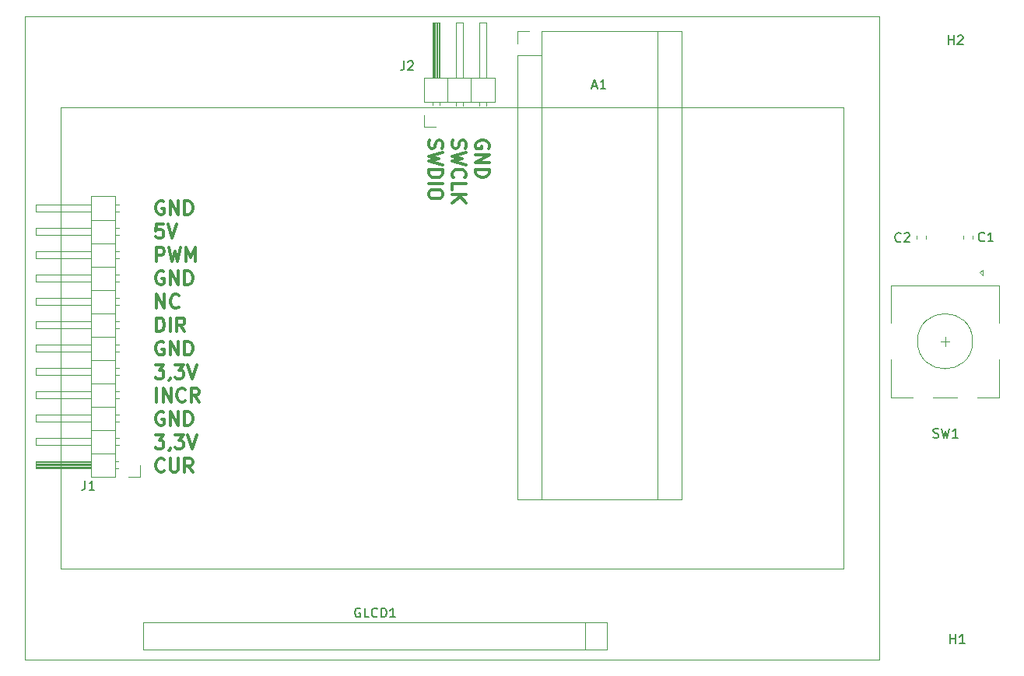
<source format=gbr>
%TF.GenerationSoftware,KiCad,Pcbnew,5.1.6*%
%TF.CreationDate,2020-07-08T21:20:25+02:00*%
%TF.ProjectId,mainboard,6d61696e-626f-4617-9264-2e6b69636164,rev?*%
%TF.SameCoordinates,Original*%
%TF.FileFunction,Legend,Top*%
%TF.FilePolarity,Positive*%
%FSLAX46Y46*%
G04 Gerber Fmt 4.6, Leading zero omitted, Abs format (unit mm)*
G04 Created by KiCad (PCBNEW 5.1.6) date 2020-07-08 21:20:25*
%MOMM*%
%LPD*%
G01*
G04 APERTURE LIST*
%ADD10C,0.300000*%
%ADD11C,0.120000*%
%ADD12C,0.150000*%
G04 APERTURE END LIST*
D10*
X106600000Y-69037857D02*
X106671428Y-68895000D01*
X106671428Y-68680714D01*
X106600000Y-68466428D01*
X106457142Y-68323571D01*
X106314285Y-68252142D01*
X106028571Y-68180714D01*
X105814285Y-68180714D01*
X105528571Y-68252142D01*
X105385714Y-68323571D01*
X105242857Y-68466428D01*
X105171428Y-68680714D01*
X105171428Y-68823571D01*
X105242857Y-69037857D01*
X105314285Y-69109285D01*
X105814285Y-69109285D01*
X105814285Y-68823571D01*
X105171428Y-69752142D02*
X106671428Y-69752142D01*
X105171428Y-70609285D01*
X106671428Y-70609285D01*
X105171428Y-71323571D02*
X106671428Y-71323571D01*
X106671428Y-71680714D01*
X106600000Y-71895000D01*
X106457142Y-72037857D01*
X106314285Y-72109285D01*
X106028571Y-72180714D01*
X105814285Y-72180714D01*
X105528571Y-72109285D01*
X105385714Y-72037857D01*
X105242857Y-71895000D01*
X105171428Y-71680714D01*
X105171428Y-71323571D01*
X102692857Y-68180714D02*
X102621428Y-68395000D01*
X102621428Y-68752142D01*
X102692857Y-68895000D01*
X102764285Y-68966428D01*
X102907142Y-69037857D01*
X103050000Y-69037857D01*
X103192857Y-68966428D01*
X103264285Y-68895000D01*
X103335714Y-68752142D01*
X103407142Y-68466428D01*
X103478571Y-68323571D01*
X103550000Y-68252142D01*
X103692857Y-68180714D01*
X103835714Y-68180714D01*
X103978571Y-68252142D01*
X104050000Y-68323571D01*
X104121428Y-68466428D01*
X104121428Y-68823571D01*
X104050000Y-69037857D01*
X104121428Y-69537857D02*
X102621428Y-69895000D01*
X103692857Y-70180714D01*
X102621428Y-70466428D01*
X104121428Y-70823571D01*
X102764285Y-72252142D02*
X102692857Y-72180714D01*
X102621428Y-71966428D01*
X102621428Y-71823571D01*
X102692857Y-71609285D01*
X102835714Y-71466428D01*
X102978571Y-71395000D01*
X103264285Y-71323571D01*
X103478571Y-71323571D01*
X103764285Y-71395000D01*
X103907142Y-71466428D01*
X104050000Y-71609285D01*
X104121428Y-71823571D01*
X104121428Y-71966428D01*
X104050000Y-72180714D01*
X103978571Y-72252142D01*
X102621428Y-73609285D02*
X102621428Y-72895000D01*
X104121428Y-72895000D01*
X102621428Y-74109285D02*
X104121428Y-74109285D01*
X102621428Y-74966428D02*
X103478571Y-74323571D01*
X104121428Y-74966428D02*
X103264285Y-74109285D01*
X100142857Y-68180714D02*
X100071428Y-68395000D01*
X100071428Y-68752142D01*
X100142857Y-68895000D01*
X100214285Y-68966428D01*
X100357142Y-69037857D01*
X100500000Y-69037857D01*
X100642857Y-68966428D01*
X100714285Y-68895000D01*
X100785714Y-68752142D01*
X100857142Y-68466428D01*
X100928571Y-68323571D01*
X101000000Y-68252142D01*
X101142857Y-68180714D01*
X101285714Y-68180714D01*
X101428571Y-68252142D01*
X101500000Y-68323571D01*
X101571428Y-68466428D01*
X101571428Y-68823571D01*
X101500000Y-69037857D01*
X101571428Y-69537857D02*
X100071428Y-69895000D01*
X101142857Y-70180714D01*
X100071428Y-70466428D01*
X101571428Y-70823571D01*
X100071428Y-71395000D02*
X101571428Y-71395000D01*
X101571428Y-71752142D01*
X101500000Y-71966428D01*
X101357142Y-72109285D01*
X101214285Y-72180714D01*
X100928571Y-72252142D01*
X100714285Y-72252142D01*
X100428571Y-72180714D01*
X100285714Y-72109285D01*
X100142857Y-71966428D01*
X100071428Y-71752142D01*
X100071428Y-71395000D01*
X100071428Y-72895000D02*
X101571428Y-72895000D01*
X101571428Y-73895000D02*
X101571428Y-74180714D01*
X101500000Y-74323571D01*
X101357142Y-74466428D01*
X101071428Y-74537857D01*
X100571428Y-74537857D01*
X100285714Y-74466428D01*
X100142857Y-74323571D01*
X100071428Y-74180714D01*
X100071428Y-73895000D01*
X100142857Y-73752142D01*
X100285714Y-73609285D01*
X100571428Y-73537857D01*
X101071428Y-73537857D01*
X101357142Y-73609285D01*
X101500000Y-73752142D01*
X101571428Y-73895000D01*
X71237857Y-74825000D02*
X71095000Y-74753571D01*
X70880714Y-74753571D01*
X70666428Y-74825000D01*
X70523571Y-74967857D01*
X70452142Y-75110714D01*
X70380714Y-75396428D01*
X70380714Y-75610714D01*
X70452142Y-75896428D01*
X70523571Y-76039285D01*
X70666428Y-76182142D01*
X70880714Y-76253571D01*
X71023571Y-76253571D01*
X71237857Y-76182142D01*
X71309285Y-76110714D01*
X71309285Y-75610714D01*
X71023571Y-75610714D01*
X71952142Y-76253571D02*
X71952142Y-74753571D01*
X72809285Y-76253571D01*
X72809285Y-74753571D01*
X73523571Y-76253571D02*
X73523571Y-74753571D01*
X73880714Y-74753571D01*
X74095000Y-74825000D01*
X74237857Y-74967857D01*
X74309285Y-75110714D01*
X74380714Y-75396428D01*
X74380714Y-75610714D01*
X74309285Y-75896428D01*
X74237857Y-76039285D01*
X74095000Y-76182142D01*
X73880714Y-76253571D01*
X73523571Y-76253571D01*
X71166428Y-77303571D02*
X70452142Y-77303571D01*
X70380714Y-78017857D01*
X70452142Y-77946428D01*
X70595000Y-77875000D01*
X70952142Y-77875000D01*
X71095000Y-77946428D01*
X71166428Y-78017857D01*
X71237857Y-78160714D01*
X71237857Y-78517857D01*
X71166428Y-78660714D01*
X71095000Y-78732142D01*
X70952142Y-78803571D01*
X70595000Y-78803571D01*
X70452142Y-78732142D01*
X70380714Y-78660714D01*
X71666428Y-77303571D02*
X72166428Y-78803571D01*
X72666428Y-77303571D01*
X70452142Y-81353571D02*
X70452142Y-79853571D01*
X71023571Y-79853571D01*
X71166428Y-79925000D01*
X71237857Y-79996428D01*
X71309285Y-80139285D01*
X71309285Y-80353571D01*
X71237857Y-80496428D01*
X71166428Y-80567857D01*
X71023571Y-80639285D01*
X70452142Y-80639285D01*
X71809285Y-79853571D02*
X72166428Y-81353571D01*
X72452142Y-80282142D01*
X72737857Y-81353571D01*
X73095000Y-79853571D01*
X73666428Y-81353571D02*
X73666428Y-79853571D01*
X74166428Y-80925000D01*
X74666428Y-79853571D01*
X74666428Y-81353571D01*
X71237857Y-82475000D02*
X71095000Y-82403571D01*
X70880714Y-82403571D01*
X70666428Y-82475000D01*
X70523571Y-82617857D01*
X70452142Y-82760714D01*
X70380714Y-83046428D01*
X70380714Y-83260714D01*
X70452142Y-83546428D01*
X70523571Y-83689285D01*
X70666428Y-83832142D01*
X70880714Y-83903571D01*
X71023571Y-83903571D01*
X71237857Y-83832142D01*
X71309285Y-83760714D01*
X71309285Y-83260714D01*
X71023571Y-83260714D01*
X71952142Y-83903571D02*
X71952142Y-82403571D01*
X72809285Y-83903571D01*
X72809285Y-82403571D01*
X73523571Y-83903571D02*
X73523571Y-82403571D01*
X73880714Y-82403571D01*
X74095000Y-82475000D01*
X74237857Y-82617857D01*
X74309285Y-82760714D01*
X74380714Y-83046428D01*
X74380714Y-83260714D01*
X74309285Y-83546428D01*
X74237857Y-83689285D01*
X74095000Y-83832142D01*
X73880714Y-83903571D01*
X73523571Y-83903571D01*
X70452142Y-86453571D02*
X70452142Y-84953571D01*
X71309285Y-86453571D01*
X71309285Y-84953571D01*
X72880714Y-86310714D02*
X72809285Y-86382142D01*
X72595000Y-86453571D01*
X72452142Y-86453571D01*
X72237857Y-86382142D01*
X72095000Y-86239285D01*
X72023571Y-86096428D01*
X71952142Y-85810714D01*
X71952142Y-85596428D01*
X72023571Y-85310714D01*
X72095000Y-85167857D01*
X72237857Y-85025000D01*
X72452142Y-84953571D01*
X72595000Y-84953571D01*
X72809285Y-85025000D01*
X72880714Y-85096428D01*
X70452142Y-89003571D02*
X70452142Y-87503571D01*
X70809285Y-87503571D01*
X71023571Y-87575000D01*
X71166428Y-87717857D01*
X71237857Y-87860714D01*
X71309285Y-88146428D01*
X71309285Y-88360714D01*
X71237857Y-88646428D01*
X71166428Y-88789285D01*
X71023571Y-88932142D01*
X70809285Y-89003571D01*
X70452142Y-89003571D01*
X71952142Y-89003571D02*
X71952142Y-87503571D01*
X73523571Y-89003571D02*
X73023571Y-88289285D01*
X72666428Y-89003571D02*
X72666428Y-87503571D01*
X73237857Y-87503571D01*
X73380714Y-87575000D01*
X73452142Y-87646428D01*
X73523571Y-87789285D01*
X73523571Y-88003571D01*
X73452142Y-88146428D01*
X73380714Y-88217857D01*
X73237857Y-88289285D01*
X72666428Y-88289285D01*
X71237857Y-90125000D02*
X71095000Y-90053571D01*
X70880714Y-90053571D01*
X70666428Y-90125000D01*
X70523571Y-90267857D01*
X70452142Y-90410714D01*
X70380714Y-90696428D01*
X70380714Y-90910714D01*
X70452142Y-91196428D01*
X70523571Y-91339285D01*
X70666428Y-91482142D01*
X70880714Y-91553571D01*
X71023571Y-91553571D01*
X71237857Y-91482142D01*
X71309285Y-91410714D01*
X71309285Y-90910714D01*
X71023571Y-90910714D01*
X71952142Y-91553571D02*
X71952142Y-90053571D01*
X72809285Y-91553571D01*
X72809285Y-90053571D01*
X73523571Y-91553571D02*
X73523571Y-90053571D01*
X73880714Y-90053571D01*
X74095000Y-90125000D01*
X74237857Y-90267857D01*
X74309285Y-90410714D01*
X74380714Y-90696428D01*
X74380714Y-90910714D01*
X74309285Y-91196428D01*
X74237857Y-91339285D01*
X74095000Y-91482142D01*
X73880714Y-91553571D01*
X73523571Y-91553571D01*
X70309285Y-92603571D02*
X71237857Y-92603571D01*
X70737857Y-93175000D01*
X70952142Y-93175000D01*
X71095000Y-93246428D01*
X71166428Y-93317857D01*
X71237857Y-93460714D01*
X71237857Y-93817857D01*
X71166428Y-93960714D01*
X71095000Y-94032142D01*
X70952142Y-94103571D01*
X70523571Y-94103571D01*
X70380714Y-94032142D01*
X70309285Y-93960714D01*
X71952142Y-94032142D02*
X71952142Y-94103571D01*
X71880714Y-94246428D01*
X71809285Y-94317857D01*
X72452142Y-92603571D02*
X73380714Y-92603571D01*
X72880714Y-93175000D01*
X73095000Y-93175000D01*
X73237857Y-93246428D01*
X73309285Y-93317857D01*
X73380714Y-93460714D01*
X73380714Y-93817857D01*
X73309285Y-93960714D01*
X73237857Y-94032142D01*
X73095000Y-94103571D01*
X72666428Y-94103571D01*
X72523571Y-94032142D01*
X72452142Y-93960714D01*
X73809285Y-92603571D02*
X74309285Y-94103571D01*
X74809285Y-92603571D01*
X70452142Y-96653571D02*
X70452142Y-95153571D01*
X71166428Y-96653571D02*
X71166428Y-95153571D01*
X72023571Y-96653571D01*
X72023571Y-95153571D01*
X73595000Y-96510714D02*
X73523571Y-96582142D01*
X73309285Y-96653571D01*
X73166428Y-96653571D01*
X72952142Y-96582142D01*
X72809285Y-96439285D01*
X72737857Y-96296428D01*
X72666428Y-96010714D01*
X72666428Y-95796428D01*
X72737857Y-95510714D01*
X72809285Y-95367857D01*
X72952142Y-95225000D01*
X73166428Y-95153571D01*
X73309285Y-95153571D01*
X73523571Y-95225000D01*
X73595000Y-95296428D01*
X75095000Y-96653571D02*
X74595000Y-95939285D01*
X74237857Y-96653571D02*
X74237857Y-95153571D01*
X74809285Y-95153571D01*
X74952142Y-95225000D01*
X75023571Y-95296428D01*
X75095000Y-95439285D01*
X75095000Y-95653571D01*
X75023571Y-95796428D01*
X74952142Y-95867857D01*
X74809285Y-95939285D01*
X74237857Y-95939285D01*
X71237857Y-97775000D02*
X71095000Y-97703571D01*
X70880714Y-97703571D01*
X70666428Y-97775000D01*
X70523571Y-97917857D01*
X70452142Y-98060714D01*
X70380714Y-98346428D01*
X70380714Y-98560714D01*
X70452142Y-98846428D01*
X70523571Y-98989285D01*
X70666428Y-99132142D01*
X70880714Y-99203571D01*
X71023571Y-99203571D01*
X71237857Y-99132142D01*
X71309285Y-99060714D01*
X71309285Y-98560714D01*
X71023571Y-98560714D01*
X71952142Y-99203571D02*
X71952142Y-97703571D01*
X72809285Y-99203571D01*
X72809285Y-97703571D01*
X73523571Y-99203571D02*
X73523571Y-97703571D01*
X73880714Y-97703571D01*
X74095000Y-97775000D01*
X74237857Y-97917857D01*
X74309285Y-98060714D01*
X74380714Y-98346428D01*
X74380714Y-98560714D01*
X74309285Y-98846428D01*
X74237857Y-98989285D01*
X74095000Y-99132142D01*
X73880714Y-99203571D01*
X73523571Y-99203571D01*
X70309285Y-100253571D02*
X71237857Y-100253571D01*
X70737857Y-100825000D01*
X70952142Y-100825000D01*
X71095000Y-100896428D01*
X71166428Y-100967857D01*
X71237857Y-101110714D01*
X71237857Y-101467857D01*
X71166428Y-101610714D01*
X71095000Y-101682142D01*
X70952142Y-101753571D01*
X70523571Y-101753571D01*
X70380714Y-101682142D01*
X70309285Y-101610714D01*
X71952142Y-101682142D02*
X71952142Y-101753571D01*
X71880714Y-101896428D01*
X71809285Y-101967857D01*
X72452142Y-100253571D02*
X73380714Y-100253571D01*
X72880714Y-100825000D01*
X73095000Y-100825000D01*
X73237857Y-100896428D01*
X73309285Y-100967857D01*
X73380714Y-101110714D01*
X73380714Y-101467857D01*
X73309285Y-101610714D01*
X73237857Y-101682142D01*
X73095000Y-101753571D01*
X72666428Y-101753571D01*
X72523571Y-101682142D01*
X72452142Y-101610714D01*
X73809285Y-100253571D02*
X74309285Y-101753571D01*
X74809285Y-100253571D01*
X71309285Y-104160714D02*
X71237857Y-104232142D01*
X71023571Y-104303571D01*
X70880714Y-104303571D01*
X70666428Y-104232142D01*
X70523571Y-104089285D01*
X70452142Y-103946428D01*
X70380714Y-103660714D01*
X70380714Y-103446428D01*
X70452142Y-103160714D01*
X70523571Y-103017857D01*
X70666428Y-102875000D01*
X70880714Y-102803571D01*
X71023571Y-102803571D01*
X71237857Y-102875000D01*
X71309285Y-102946428D01*
X71952142Y-102803571D02*
X71952142Y-104017857D01*
X72023571Y-104160714D01*
X72095000Y-104232142D01*
X72237857Y-104303571D01*
X72523571Y-104303571D01*
X72666428Y-104232142D01*
X72737857Y-104160714D01*
X72809285Y-104017857D01*
X72809285Y-102803571D01*
X74380714Y-104303571D02*
X73880714Y-103589285D01*
X73523571Y-104303571D02*
X73523571Y-102803571D01*
X74095000Y-102803571D01*
X74237857Y-102875000D01*
X74309285Y-102946428D01*
X74380714Y-103089285D01*
X74380714Y-103303571D01*
X74309285Y-103446428D01*
X74237857Y-103517857D01*
X74095000Y-103589285D01*
X73523571Y-103589285D01*
D11*
%TO.C,J1*%
X65960000Y-104830000D02*
X65960000Y-74230000D01*
X65960000Y-74230000D02*
X63300000Y-74230000D01*
X63300000Y-74230000D02*
X63300000Y-104830000D01*
X63300000Y-104830000D02*
X65960000Y-104830000D01*
X63300000Y-103880000D02*
X57300000Y-103880000D01*
X57300000Y-103880000D02*
X57300000Y-103120000D01*
X57300000Y-103120000D02*
X63300000Y-103120000D01*
X63300000Y-103820000D02*
X57300000Y-103820000D01*
X63300000Y-103700000D02*
X57300000Y-103700000D01*
X63300000Y-103580000D02*
X57300000Y-103580000D01*
X63300000Y-103460000D02*
X57300000Y-103460000D01*
X63300000Y-103340000D02*
X57300000Y-103340000D01*
X63300000Y-103220000D02*
X57300000Y-103220000D01*
X66290000Y-103880000D02*
X65960000Y-103880000D01*
X66290000Y-103120000D02*
X65960000Y-103120000D01*
X65960000Y-102230000D02*
X63300000Y-102230000D01*
X63300000Y-101340000D02*
X57300000Y-101340000D01*
X57300000Y-101340000D02*
X57300000Y-100580000D01*
X57300000Y-100580000D02*
X63300000Y-100580000D01*
X66357071Y-101340000D02*
X65960000Y-101340000D01*
X66357071Y-100580000D02*
X65960000Y-100580000D01*
X65960000Y-99690000D02*
X63300000Y-99690000D01*
X63300000Y-98800000D02*
X57300000Y-98800000D01*
X57300000Y-98800000D02*
X57300000Y-98040000D01*
X57300000Y-98040000D02*
X63300000Y-98040000D01*
X66357071Y-98800000D02*
X65960000Y-98800000D01*
X66357071Y-98040000D02*
X65960000Y-98040000D01*
X65960000Y-97150000D02*
X63300000Y-97150000D01*
X63300000Y-96260000D02*
X57300000Y-96260000D01*
X57300000Y-96260000D02*
X57300000Y-95500000D01*
X57300000Y-95500000D02*
X63300000Y-95500000D01*
X66357071Y-96260000D02*
X65960000Y-96260000D01*
X66357071Y-95500000D02*
X65960000Y-95500000D01*
X65960000Y-94610000D02*
X63300000Y-94610000D01*
X63300000Y-93720000D02*
X57300000Y-93720000D01*
X57300000Y-93720000D02*
X57300000Y-92960000D01*
X57300000Y-92960000D02*
X63300000Y-92960000D01*
X66357071Y-93720000D02*
X65960000Y-93720000D01*
X66357071Y-92960000D02*
X65960000Y-92960000D01*
X65960000Y-92070000D02*
X63300000Y-92070000D01*
X63300000Y-91180000D02*
X57300000Y-91180000D01*
X57300000Y-91180000D02*
X57300000Y-90420000D01*
X57300000Y-90420000D02*
X63300000Y-90420000D01*
X66357071Y-91180000D02*
X65960000Y-91180000D01*
X66357071Y-90420000D02*
X65960000Y-90420000D01*
X65960000Y-89530000D02*
X63300000Y-89530000D01*
X63300000Y-88640000D02*
X57300000Y-88640000D01*
X57300000Y-88640000D02*
X57300000Y-87880000D01*
X57300000Y-87880000D02*
X63300000Y-87880000D01*
X66357071Y-88640000D02*
X65960000Y-88640000D01*
X66357071Y-87880000D02*
X65960000Y-87880000D01*
X65960000Y-86990000D02*
X63300000Y-86990000D01*
X63300000Y-86100000D02*
X57300000Y-86100000D01*
X57300000Y-86100000D02*
X57300000Y-85340000D01*
X57300000Y-85340000D02*
X63300000Y-85340000D01*
X66357071Y-86100000D02*
X65960000Y-86100000D01*
X66357071Y-85340000D02*
X65960000Y-85340000D01*
X65960000Y-84450000D02*
X63300000Y-84450000D01*
X63300000Y-83560000D02*
X57300000Y-83560000D01*
X57300000Y-83560000D02*
X57300000Y-82800000D01*
X57300000Y-82800000D02*
X63300000Y-82800000D01*
X66357071Y-83560000D02*
X65960000Y-83560000D01*
X66357071Y-82800000D02*
X65960000Y-82800000D01*
X65960000Y-81910000D02*
X63300000Y-81910000D01*
X63300000Y-81020000D02*
X57300000Y-81020000D01*
X57300000Y-81020000D02*
X57300000Y-80260000D01*
X57300000Y-80260000D02*
X63300000Y-80260000D01*
X66357071Y-81020000D02*
X65960000Y-81020000D01*
X66357071Y-80260000D02*
X65960000Y-80260000D01*
X65960000Y-79370000D02*
X63300000Y-79370000D01*
X63300000Y-78480000D02*
X57300000Y-78480000D01*
X57300000Y-78480000D02*
X57300000Y-77720000D01*
X57300000Y-77720000D02*
X63300000Y-77720000D01*
X66357071Y-78480000D02*
X65960000Y-78480000D01*
X66357071Y-77720000D02*
X65960000Y-77720000D01*
X65960000Y-76830000D02*
X63300000Y-76830000D01*
X63300000Y-75940000D02*
X57300000Y-75940000D01*
X57300000Y-75940000D02*
X57300000Y-75180000D01*
X57300000Y-75180000D02*
X63300000Y-75180000D01*
X66357071Y-75940000D02*
X65960000Y-75940000D01*
X66357071Y-75180000D02*
X65960000Y-75180000D01*
X68670000Y-103500000D02*
X68670000Y-104770000D01*
X68670000Y-104770000D02*
X67400000Y-104770000D01*
%TO.C,GLCD1*%
X60030000Y-114770001D02*
X60030000Y-64570001D01*
X145230000Y-64570001D02*
X145230000Y-114770001D01*
X60030000Y-114770001D02*
X145230000Y-114770001D01*
X60030000Y-64570001D02*
X145230000Y-64570001D01*
X56130000Y-54670001D02*
X56130000Y-124670001D01*
X149130000Y-54670001D02*
X56130000Y-54670001D01*
X149130000Y-124670001D02*
X149130000Y-54670001D01*
X56130000Y-124670001D02*
X149130000Y-124670001D01*
X117090000Y-123630001D02*
X117090000Y-120630001D01*
X119460000Y-120630001D02*
X119460000Y-123630001D01*
X69000000Y-120630001D02*
X119460000Y-120630001D01*
X69000000Y-123630001D02*
X69000000Y-120630001D01*
X119460000Y-123630001D02*
X69000000Y-123630001D01*
%TO.C,A1*%
X112350000Y-56320000D02*
X127590000Y-56320000D01*
X127590000Y-107240000D02*
X109690000Y-107240000D01*
X127590000Y-56320000D02*
X127590000Y-107240000D01*
X109690000Y-107240000D02*
X109690000Y-58920000D01*
X112350000Y-56320000D02*
X112350000Y-107240000D01*
X124930000Y-107240000D02*
X124930000Y-56320000D01*
X109690000Y-58920000D02*
X112350000Y-58920000D01*
X111020000Y-56320000D02*
X109690000Y-56320000D01*
X109690000Y-56320000D02*
X109690000Y-57650000D01*
%TO.C,C1*%
X158240000Y-78568733D02*
X158240000Y-78911267D01*
X159260000Y-78568733D02*
X159260000Y-78911267D01*
%TO.C,C2*%
X153160000Y-78911267D02*
X153160000Y-78568733D01*
X154180000Y-78911267D02*
X154180000Y-78568733D01*
%TO.C,J2*%
X99530000Y-64030000D02*
X107270000Y-64030000D01*
X107270000Y-64030000D02*
X107270000Y-61370000D01*
X107270000Y-61370000D02*
X99530000Y-61370000D01*
X99530000Y-61370000D02*
X99530000Y-64030000D01*
X100480000Y-61370000D02*
X100480000Y-55370000D01*
X100480000Y-55370000D02*
X101240000Y-55370000D01*
X101240000Y-55370000D02*
X101240000Y-61370000D01*
X100540000Y-61370000D02*
X100540000Y-55370000D01*
X100660000Y-61370000D02*
X100660000Y-55370000D01*
X100780000Y-61370000D02*
X100780000Y-55370000D01*
X100900000Y-61370000D02*
X100900000Y-55370000D01*
X101020000Y-61370000D02*
X101020000Y-55370000D01*
X101140000Y-61370000D02*
X101140000Y-55370000D01*
X100480000Y-64360000D02*
X100480000Y-64030000D01*
X101240000Y-64360000D02*
X101240000Y-64030000D01*
X102130000Y-64030000D02*
X102130000Y-61370000D01*
X103020000Y-61370000D02*
X103020000Y-55370000D01*
X103020000Y-55370000D02*
X103780000Y-55370000D01*
X103780000Y-55370000D02*
X103780000Y-61370000D01*
X103020000Y-64427071D02*
X103020000Y-64030000D01*
X103780000Y-64427071D02*
X103780000Y-64030000D01*
X104670000Y-64030000D02*
X104670000Y-61370000D01*
X105560000Y-61370000D02*
X105560000Y-55370000D01*
X105560000Y-55370000D02*
X106320000Y-55370000D01*
X106320000Y-55370000D02*
X106320000Y-61370000D01*
X105560000Y-64427071D02*
X105560000Y-64030000D01*
X106320000Y-64427071D02*
X106320000Y-64030000D01*
X100860000Y-66740000D02*
X99590000Y-66740000D01*
X99590000Y-66740000D02*
X99590000Y-65470000D01*
%TO.C,SW1*%
X156250000Y-89550000D02*
X156250000Y-90550000D01*
X156750000Y-90050000D02*
X155750000Y-90050000D01*
X152750000Y-96150000D02*
X150350000Y-96150000D01*
X157550000Y-96150000D02*
X154950000Y-96150000D01*
X162150000Y-96150000D02*
X159750000Y-96150000D01*
X160350000Y-82850000D02*
X160050000Y-82550000D01*
X160350000Y-82250000D02*
X160350000Y-82850000D01*
X160050000Y-82550000D02*
X160350000Y-82250000D01*
X162150000Y-83950000D02*
X150350000Y-83950000D01*
X162150000Y-88050000D02*
X162150000Y-83950000D01*
X150350000Y-88050000D02*
X150350000Y-83950000D01*
X150350000Y-96150000D02*
X150350000Y-92050000D01*
X162150000Y-92050000D02*
X162150000Y-96150000D01*
X159250000Y-90050000D02*
G75*
G03*
X159250000Y-90050000I-3000000J0D01*
G01*
%TO.C,J1*%
D12*
X62681666Y-105222380D02*
X62681666Y-105936666D01*
X62634047Y-106079523D01*
X62538809Y-106174761D01*
X62395952Y-106222380D01*
X62300714Y-106222380D01*
X63681666Y-106222380D02*
X63110238Y-106222380D01*
X63395952Y-106222380D02*
X63395952Y-105222380D01*
X63300714Y-105365238D01*
X63205476Y-105460476D01*
X63110238Y-105508095D01*
%TO.C,H1*%
X156828095Y-122952380D02*
X156828095Y-121952380D01*
X156828095Y-122428571D02*
X157399523Y-122428571D01*
X157399523Y-122952380D02*
X157399523Y-121952380D01*
X158399523Y-122952380D02*
X157828095Y-122952380D01*
X158113809Y-122952380D02*
X158113809Y-121952380D01*
X158018571Y-122095238D01*
X157923333Y-122190476D01*
X157828095Y-122238095D01*
%TO.C,H2*%
X156638095Y-57752380D02*
X156638095Y-56752380D01*
X156638095Y-57228571D02*
X157209523Y-57228571D01*
X157209523Y-57752380D02*
X157209523Y-56752380D01*
X157638095Y-56847619D02*
X157685714Y-56800000D01*
X157780952Y-56752380D01*
X158019047Y-56752380D01*
X158114285Y-56800000D01*
X158161904Y-56847619D01*
X158209523Y-56942857D01*
X158209523Y-57038095D01*
X158161904Y-57180952D01*
X157590476Y-57752380D01*
X158209523Y-57752380D01*
%TO.C,GLCD1*%
X92610952Y-119130001D02*
X92515714Y-119082381D01*
X92372857Y-119082381D01*
X92230000Y-119130001D01*
X92134761Y-119225239D01*
X92087142Y-119320477D01*
X92039523Y-119510953D01*
X92039523Y-119653810D01*
X92087142Y-119844286D01*
X92134761Y-119939524D01*
X92230000Y-120034762D01*
X92372857Y-120082381D01*
X92468095Y-120082381D01*
X92610952Y-120034762D01*
X92658571Y-119987143D01*
X92658571Y-119653810D01*
X92468095Y-119653810D01*
X93563333Y-120082381D02*
X93087142Y-120082381D01*
X93087142Y-119082381D01*
X94468095Y-119987143D02*
X94420476Y-120034762D01*
X94277619Y-120082381D01*
X94182380Y-120082381D01*
X94039523Y-120034762D01*
X93944285Y-119939524D01*
X93896666Y-119844286D01*
X93849047Y-119653810D01*
X93849047Y-119510953D01*
X93896666Y-119320477D01*
X93944285Y-119225239D01*
X94039523Y-119130001D01*
X94182380Y-119082381D01*
X94277619Y-119082381D01*
X94420476Y-119130001D01*
X94468095Y-119177620D01*
X94896666Y-120082381D02*
X94896666Y-119082381D01*
X95134761Y-119082381D01*
X95277619Y-119130001D01*
X95372857Y-119225239D01*
X95420476Y-119320477D01*
X95468095Y-119510953D01*
X95468095Y-119653810D01*
X95420476Y-119844286D01*
X95372857Y-119939524D01*
X95277619Y-120034762D01*
X95134761Y-120082381D01*
X94896666Y-120082381D01*
X96420476Y-120082381D02*
X95849047Y-120082381D01*
X96134761Y-120082381D02*
X96134761Y-119082381D01*
X96039523Y-119225239D01*
X95944285Y-119320477D01*
X95849047Y-119368096D01*
%TO.C,A1*%
X117885714Y-62266666D02*
X118361904Y-62266666D01*
X117790476Y-62552380D02*
X118123809Y-61552380D01*
X118457142Y-62552380D01*
X119314285Y-62552380D02*
X118742857Y-62552380D01*
X119028571Y-62552380D02*
X119028571Y-61552380D01*
X118933333Y-61695238D01*
X118838095Y-61790476D01*
X118742857Y-61838095D01*
%TO.C,C1*%
X160533333Y-79097142D02*
X160485714Y-79144761D01*
X160342857Y-79192380D01*
X160247619Y-79192380D01*
X160104761Y-79144761D01*
X160009523Y-79049523D01*
X159961904Y-78954285D01*
X159914285Y-78763809D01*
X159914285Y-78620952D01*
X159961904Y-78430476D01*
X160009523Y-78335238D01*
X160104761Y-78240000D01*
X160247619Y-78192380D01*
X160342857Y-78192380D01*
X160485714Y-78240000D01*
X160533333Y-78287619D01*
X161485714Y-79192380D02*
X160914285Y-79192380D01*
X161200000Y-79192380D02*
X161200000Y-78192380D01*
X161104761Y-78335238D01*
X161009523Y-78430476D01*
X160914285Y-78478095D01*
%TO.C,C2*%
X151433333Y-79157142D02*
X151385714Y-79204761D01*
X151242857Y-79252380D01*
X151147619Y-79252380D01*
X151004761Y-79204761D01*
X150909523Y-79109523D01*
X150861904Y-79014285D01*
X150814285Y-78823809D01*
X150814285Y-78680952D01*
X150861904Y-78490476D01*
X150909523Y-78395238D01*
X151004761Y-78300000D01*
X151147619Y-78252380D01*
X151242857Y-78252380D01*
X151385714Y-78300000D01*
X151433333Y-78347619D01*
X151814285Y-78347619D02*
X151861904Y-78300000D01*
X151957142Y-78252380D01*
X152195238Y-78252380D01*
X152290476Y-78300000D01*
X152338095Y-78347619D01*
X152385714Y-78442857D01*
X152385714Y-78538095D01*
X152338095Y-78680952D01*
X151766666Y-79252380D01*
X152385714Y-79252380D01*
%TO.C,J2*%
X97366666Y-59552380D02*
X97366666Y-60266666D01*
X97319047Y-60409523D01*
X97223809Y-60504761D01*
X97080952Y-60552380D01*
X96985714Y-60552380D01*
X97795238Y-59647619D02*
X97842857Y-59600000D01*
X97938095Y-59552380D01*
X98176190Y-59552380D01*
X98271428Y-59600000D01*
X98319047Y-59647619D01*
X98366666Y-59742857D01*
X98366666Y-59838095D01*
X98319047Y-59980952D01*
X97747619Y-60552380D01*
X98366666Y-60552380D01*
%TO.C,SW1*%
X154966666Y-100504761D02*
X155109523Y-100552380D01*
X155347619Y-100552380D01*
X155442857Y-100504761D01*
X155490476Y-100457142D01*
X155538095Y-100361904D01*
X155538095Y-100266666D01*
X155490476Y-100171428D01*
X155442857Y-100123809D01*
X155347619Y-100076190D01*
X155157142Y-100028571D01*
X155061904Y-99980952D01*
X155014285Y-99933333D01*
X154966666Y-99838095D01*
X154966666Y-99742857D01*
X155014285Y-99647619D01*
X155061904Y-99600000D01*
X155157142Y-99552380D01*
X155395238Y-99552380D01*
X155538095Y-99600000D01*
X155871428Y-99552380D02*
X156109523Y-100552380D01*
X156300000Y-99838095D01*
X156490476Y-100552380D01*
X156728571Y-99552380D01*
X157633333Y-100552380D02*
X157061904Y-100552380D01*
X157347619Y-100552380D02*
X157347619Y-99552380D01*
X157252380Y-99695238D01*
X157157142Y-99790476D01*
X157061904Y-99838095D01*
%TD*%
M02*

</source>
